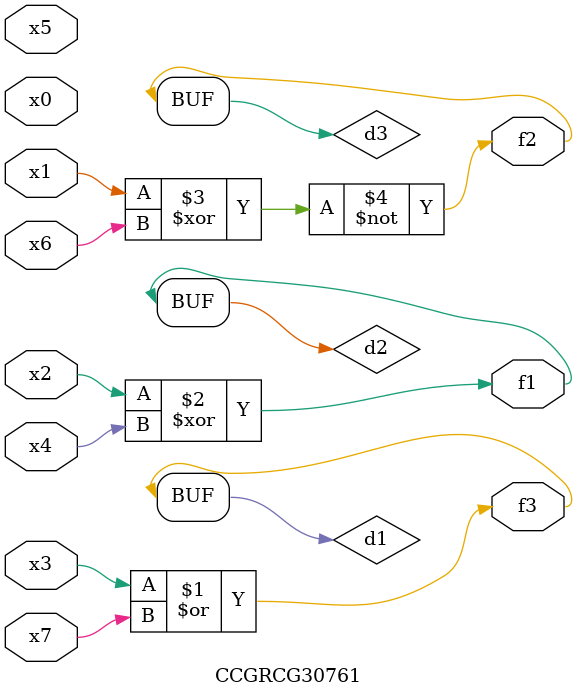
<source format=v>
module CCGRCG30761(
	input x0, x1, x2, x3, x4, x5, x6, x7,
	output f1, f2, f3
);

	wire d1, d2, d3;

	or (d1, x3, x7);
	xor (d2, x2, x4);
	xnor (d3, x1, x6);
	assign f1 = d2;
	assign f2 = d3;
	assign f3 = d1;
endmodule

</source>
